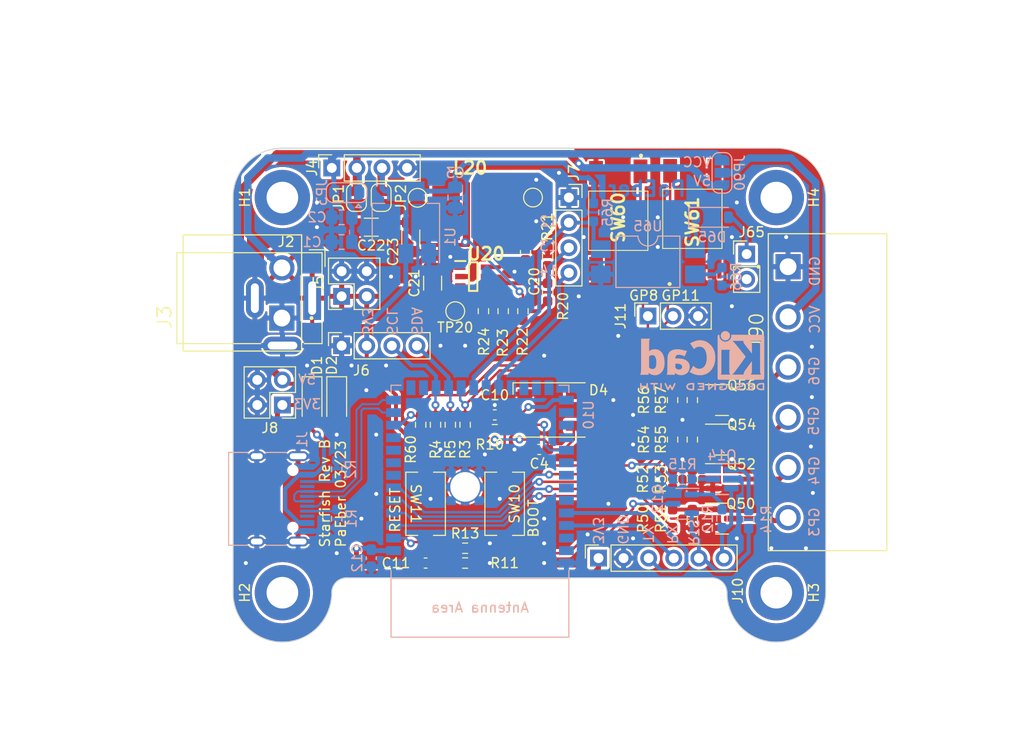
<source format=kicad_pcb>
(kicad_pcb (version 20221018) (generator pcbnew)
  (title_block (title "Starfish") (date "2023-06-15") (rev "B") (company "PaEber Electronics"))
  (layers (0 "F.Cu" signal) (31 "B.Cu" signal) (34 "B.Paste" user) (35 "F.Paste" user) (36 "B.SilkS" user "B.Silkscreen") (37 "F.SilkS" user "F.Silkscreen") (38 "B.Mask" user) (39 "F.Mask" user) (44 "Edge.Cuts" user))
  (net 0 "")
  (net 1 "GND")
  (net 2 "VBUS")
  (net 3 "Net-(U20-BST)")
  (net 4 "/USB_DP")
  (net 5 "Net-(J1-CC1)")
  (net 7 "Net-(J1-CC2)")
  (net 8 "/Power/SW_5V")
  (net 9 "+3V3")
  (net 10 "/CH1")
  (net 12 "/Power/V_REG")
  (net 13 "Net-(Q12-G)")
  (net 14 "Net-(Q12-D)")
  (net 15 "Net-(Q14-G)")
  (net 16 "Net-(Q14-D)")
  (net 17 "Net-(Q50-G)")
  (net 18 "Net-(Q52-G)")
  (net 19 "Net-(Q54-G)")
  (net 20 "Net-(Q56-G)")
  (net 21 "Net-(U20-EN)")
  (net 22 "/I2C_SCL")
  (net 23 "/I2C_SDA")
  (net 24 "/GPIO13")
  (net 27 "+5V")
  (net 28 "/LED Driver/PWM1")
  (net 29 "/LED Driver/PWM2")
  (net 30 "/LED Driver/PWM3")
  (net 31 "/LED Driver/PWM4")
  (net 33 "/CH2")
  (net 34 "/CH3")
  (net 35 "/CH4")
  (net 36 "VCC")
  (net 38 "Net-(R22-Pad2)")
  (net 39 "/Power/FB_5V")
  (net 42 "/GPIO14")
  (net 44 "/GPIO0")
  (net 45 "/CHIP_PU")
  (net 46 "/TXD")
  (net 49 "/RXD")
  (net 50 "/RTS")
  (net 51 "/DTR")
  (net 52 "/LED_DIN")
  (net 57 "Net-(J90-Pin_2)")
  (net 59 "/VIN_LIN")
  (net 60 "/USB_DN")
  (net 61 "/BTN_2")
  (net 62 "/BTN_1")
  (net 65 "Net-(J65-Pin_2)")
  (net 66 "/AIN_TTL")
  (net 70 "Net-(D65-K)")
  (net 71 "Net-(D65-A)")
  (net 72 "Net-(R66-Pad2)")
  (footprint "paeber:13019319" (layer "F.Cu") (at 159 66.5 -90)
    (fp_text reference "SW60")
    (fp_text value "1301.9315" hide)
  )
  (footprint "Connector_PinHeader_2.54mm:PinHeader_2x02_P2.54mm_Vertical" (layer "F.Cu") (at 125 86 180)
    (fp_text reference "J8")
    (fp_text value "Conn_02x02_Odd_Even")
  )
  (footprint "Button_Switch_SMD:SW_Tactile_SPST_NO_Straight_CK_PTS636Sx25SMTRLFS" (layer "F.Cu") (at 147.5 96 90)
    (fp_text reference "SW10")
    (fp_text value "PTS636SK25")
  )
  (footprint "TestPoint:TestPoint_Pad_D1.5mm" (layer "F.Cu") (at 138.684 65.024)
    (fp_text reference "TP22" hide)
    (fp_text value "TestPoint")
  )
  (footprint "Resistor_SMD:R_0603_1608Metric_Pad0.98x0.95mm_HandSolder" (layer "F.Cu") (at 166.5 85.5 90)
    (fp_text reference "R57")
    (fp_text value "10k")
  )
  (footprint "Connector_PinSocket_2.54mm:PinSocket_1x03_P2.54mm_Vertical" (layer "F.Cu") (at 162 77 90)
    (fp_text reference "J11")
    (fp_text value "Conn_01x03")
  )
  (footprint "Capacitor_SMD:C_0603_1608Metric_Pad1.08x0.95mm_HandSolder" (layer "F.Cu") (at 149.612 70.500001 90)
    (fp_text reference "C20")
    (fp_text value "100n")
  )
  (footprint "Capacitor_SMD:C_1206_3216Metric" (layer "F.Cu") (at 134 68 180)
    (fp_text reference "C22")
    (fp_text value "22u")
  )
  (footprint "MountingHole:MountingHole_3.2mm_M3_DIN965_Pad_TopBottom" (layer "F.Cu") (at 125 65 90)
    (fp_text reference "H1")
    (fp_text value "MountingHole")
  )
  (footprint "LED_SMD:LED_SK6812_PLCC4_5.0x5.0mm_P3.2mm" (layer "F.Cu") (at 152 86.5 180)
    (fp_text reference "D4")
    (fp_text value "SK6812")
  )
  (footprint "Resistor_SMD:R_0603_1608Metric_Pad0.98x0.95mm_HandSolder" (layer "F.Cu") (at 149.352 76.5 -90)
    (fp_text reference "R22")
    (fp_text value "27k")
  )
  (footprint "paeber:13019319" (layer "F.Cu") (at 166.5 68 90)
    (fp_text reference "SW61")
    (fp_text value "1301.9315" hide)
  )
  (footprint "MountingHole:MountingHole_3.2mm_M3_DIN965_Pad_TopBottom" (layer "F.Cu") (at 175 105 -90)
    (fp_text reference "H3")
    (fp_text value "MountingHole")
  )
  (footprint "Package_TO_SOT_SMD:SOT-23" (layer "F.Cu") (at 169.5 97.5)
    (fp_text reference "Q50")
    (fp_text value "PMV40UN2R")
  )
  (footprint "paeber:CUI_TBP01R1-508-06BE" (layer "F.Cu") (at 176.189997 72 -90)
    (fp_text reference "J90")
    (fp_text value "Screw_Terminal_01x06")
  )
  (footprint "Connector_PinHeader_2.54mm:PinHeader_2x02_P2.54mm_Vertical" (layer "F.Cu") (at 131 75 90)
    (fp_text reference "J5")
    (fp_text value "Conn_02x02_Odd_Even")
  )
  (footprint "Package_TO_SOT_SMD:SOT-23" (layer "F.Cu") (at 169.5 85.5)
    (fp_text reference "Q56")
    (fp_text value "PMV40UN2R")
  )
  (footprint "Resistor_SMD:R_0603_1608Metric_Pad0.98x0.95mm_HandSolder" (layer "F.Cu") (at 164.5 97.5 90)
    (fp_text reference "R50")
    (fp_text value "330")
  )
  (footprint "Resistor_SMD:R_0603_1608Metric_Pad0.98x0.95mm_HandSolder" (layer "F.Cu") (at 151.852 74.587501 90)
    (fp_text reference "R20")
    (fp_text value "100k")
  )
  (footprint "Diode_SMD:D_SOD-123" (layer "F.Cu") (at 130.5 85.5 -90)
    (fp_text reference "D2")
    (fp_text value "PMEG60T10ELRX")
  )
  (footprint "Resistor_SMD:R_0603_1608Metric_Pad0.98x0.95mm_HandSolder" (layer "F.Cu") (at 151.852 71.000001 90)
    (fp_text reference "R21")
    (fp_text value "27k")
  )
  (footprint "Package_TO_SOT_SMD:SOT-23" (layer "F.Cu") (at 169.5 93.5)
    (fp_text reference "Q52")
    (fp_text value "PMV40UN2R")
  )
  (footprint "Resistor_SMD:R_0603_1608Metric_Pad0.98x0.95mm_HandSolder" (layer "F.Cu") (at 140.5 88 -90)
    (fp_text reference "R4")
    (fp_text value "4k7")
  )
  (footprint "Connector_PinSocket_2.54mm:PinSocket_1x04_P2.54mm_Vertical" (layer "F.Cu") (at 131 80 90)
    (fp_text reference "J6")
    (fp_text value "Conn_01x04")
  )
  (footprint "Connector_PinHeader_2.54mm:PinHeader_1x02_P2.54mm_Vertical" (layer "F.Cu") (at 172 70.725)
    (fp_text reference "J65")
    (fp_text value "Conn_01x02")
  )
  (footprint "MountingHole:MountingHole_3.2mm_M3_DIN965_Pad_TopBottom" (layer "F.Cu") (at 175 65 -90)
    (fp_text reference "H4")
    (fp_text value "MountingHole")
  )
  (footprint "paeber:CUI_TBP01R1-508-02BE" (layer "F.Cu") (at 124.9495 77.2 90)
    (fp_text reference "J3")
    (fp_text value "Screw_Terminal_01x02")
  )
  (footprint "Resistor_SMD:R_0603_1608Metric_Pad0.98x0.95mm_HandSolder" (layer "F.Cu") (at 166.5 97.5 90)
    (fp_text reference "R51")
    (fp_text value "10k")
  )
  (footprint "Resistor_SMD:R_0603_1608Metric_Pad0.98x0.95mm_HandSolder" (layer "F.Cu") (at 166.5 93.5 90)
    (fp_text reference "R53")
    (fp_text value "10k")
  )
  (footprint "paeber:XAL6030182MEB-HandSolder" (layer "F.Cu") (at 144.272 66.548 180)
    (fp_text reference "L20")
    (fp_text value "3u3" hide)
  )
  (footprint "TestPoint:TestPoint_Pad_D1.5mm" (layer "F.Cu") (at 142.5 76.5 180)
    (fp_text reference "TP20")
    (fp_text value "TestPoint")
  )
  (footprint "Connector_PinSocket_2.54mm:PinSocket_1x04_P2.54mm_Vertical" (layer "F.Cu") (at 130 62 90)
    (fp_text reference "J4")
    (fp_text value "Conn_01x04")
  )
  (footprint "Capacitor_SMD:C_0603_1608Metric_Pad1.08x0.95mm_HandSolder" (layer "F.Cu") (at 151 90.5 180)
    (fp_text reference "C4")
    (fp_text value "100n")
  )
  (footprint "Resistor_SMD:R_0603_1608Metric_Pad0.98x0.95mm_HandSolder" (layer "F.Cu") (at 164.5 85.5 90)
    (fp_text reference "R56")
    (fp_text value "330")
  )
  (footprint "Resistor_SMD:R_0603_1608Metric_Pad0.98x0.95mm_HandSolder" (layer "F.Cu") (at 147.352 76.5 -90)
    (fp_text reference "R23")
    (fp_text value "27k")
  )
  (footprint "Resistor_SMD:R_0603_1608Metric_Pad0.98x0.95mm_HandSolder" (layer "F.Cu") (at 143.5 88 -90)
    (fp_text reference "R3")
    (fp_text value "10k")
  )
  (footprint "Resistor_SMD:R_0603_1608Metric_Pad0.98x0.95mm_HandSolder" (layer "F.Cu") (at 166.5 89.5 90)
    (fp_text reference "R55")
    (fp_text value "10k")
  )
  (footprint "Capacitor_SMD:C_1206_3216Metric" (layer "F.Cu") (at 138 69 -90)
    (fp_text reference "C23")
    (fp_text value "22u")
  )
  (footprint "Connector_BarrelJack:BarrelJack_Wuerth_6941xx301002" (layer "F.Cu") (at 128.016 75.184 -90)
    (fp_text reference "J2")
    (fp_text value "Barrel_Jack_Switch")
  )
  (footprint "Connector_PinSocket_2.54mm:PinSocket_1x06_P2.54mm_Vertical" (layer "F.Cu") (at 156.999997 101.500001 90)
    (fp_text reference "J10")
    (fp_text value "UartBridge")
  )
  (footprint "Capacitor_SMD:C_1206_3216Metric" (layer "F.Cu") (at 140.208 73.66 90)
    (fp_text reference "C21")
    (fp_text value "10u")
  )
  (footprint "TestPoint:TestPoint_Pad_D1.5mm" (layer "F.Cu") (at 150.368 65.000001)
    (fp_text reference "TP21" hide)
    (fp_text value "TestPoint")
  )
  (footprint "Capacitor_SMD:C_0603_1608Metric_Pad1.08x0.95mm_HandSolder" (layer "F.Cu") (at 146.5 87 180)
    (fp_text reference "C10")
    (fp_text value "100n")
  )
  (footprint "Resistor_SMD:R_0603_1608Metric_Pad0.98x0.95mm_HandSolder" (layer "F.Cu") (at 145.352 76.5 90)
    (fp_text reference "R24")
    (fp_text value "10k")
  )
  (footprint "Capacitor_SMD:C_0603_1608Metric_Pad1.08x0.95mm_HandSolder" (layer "F.Cu") (at 139.5 102 180)
    (fp_text reference "C11")
    (fp_text value "100n")
  )
  (footprint "Resistor_SMD:R_0603_1608Metric_Pad0.98x0.95mm_HandSolder" (layer "F.Cu") (at 143.5 100.5)
    (fp_text reference "R13")
    (fp_text value "0")
  )
  (footprint "Connector_PinSocket_2.54mm:PinSocket_1x04_P2.54mm_Vertical" (layer "F.Cu") (at 154 65)
    (fp_text reference "J7")
    (fp_text value "Conn_01x04")
  )
  (footprint "Jumper:SolderJumper-2_P1.3mm_Open_RoundedPad1.0x1.5mm" (layer "F.Cu") (at 135 65 90)
    (fp_text reference "JP2")
    (fp_text value "SolderJumper_2_Open")
  )
  (footprint "Resistor_SMD:R_0603_1608Metric_Pad0.98x0.95mm_HandSolder" (layer "F.Cu") (at 142 88 -90)
    (fp_text reference "R5")
    (fp_text value "4k7")
  )
  (footprint "Resistor_SMD:R_0603_1608Metric_Pad0.98x0.95mm_HandSolder" (layer "F.Cu") (at 139 88 -90)
    (fp_text reference "R60")
    (fp_text value "10k")
  )
  (footprint "MountingHole:MountingHole_3.2mm_M3_DIN965_Pad_TopBottom" (layer "F.Cu") (at 125 105 90)
    (fp_text reference "H2")
    (fp_text value "MountingHole")
  )
  (footprint "Button_Switch_SMD:SW_Tactile_SPST_NO_Straight_CK_PTS636Sx25SMTRLFS" (layer "F.Cu") (at 139.5 96 -90)
    (fp_text reference "SW11")
    (fp_text value "PTS636SK25")
  )
  (footprint "Resistor_SMD:R_0603_1608Metric_Pad0.98x0.95mm_HandSolder" (layer "F.Cu") (at 164.5 93.5 90)
    (fp_text reference "R52")
    (fp_text value "330")
  )
  (footprint "paeber:TSOT-26" (layer "F.Cu") (at 144.312 73)
    (fp_text reference "U20")
    (fp_text value "AP62301WU-7" hide)
  )
  (footprint "Jumper:SolderJumper-2_P1.3mm_Open_RoundedPad1.0x1.5mm" (layer "F.Cu") (at 132.5 65 90)
    (fp_text reference "JP1")
    (fp_text value "SolderJumper_2_Open")
  )
  (footprint "Resistor_SMD:R_0603_1608Metric_Pad0.98x0.95mm_HandSolder" (layer "F.Cu") (at 146.5 88.5 180)
    (fp_text reference "R10")
    (fp_text value "10k")
  )
  (footprint "Package_TO_SOT_SMD:SOT-23" (layer "F.Cu") (at 169.5 89.5)
    (fp_text reference "Q54")
    (fp_text value "PMV40UN2R")
  )
  (footprint "Diode_SMD:D_SOD-123" (layer "F.Cu") (at 128 85.5 -90)
    (fp_text reference "D1")
    (fp_text value "PMEG60T10ELRX")
  )
  (footprint "Resistor_SMD:R_0603_1608Metric_Pad0.98x0.95mm_HandSolder" (layer "F.Cu") (at 164.5 89.5 90)
    (fp_text reference "R54")
    (fp_text value "330")
  )
  (footprint "Resistor_SMD:R_0603_1608Metric_Pad0.98x0.95mm_HandSolder" (layer "F.Cu") (at 143.5 102)
    (fp_text reference "R11")
    (fp_text value "10k")
  )
  (footprint "Package_TO_SOT_SMD:SOT-223-3_TabPin2" (layer "B.Cu") (at 137.5 67.5 90)
    (fp_text reference "U1")
    (fp_text value "LM1117-3.3")
  )
  (footprint "Capacitor_SMD:C_0603_1608Metric_Pad1.08x0.95mm_HandSolder" (layer "B.Cu") (at 134 101.5 -90)
    (fp_text reference "C12")
    (fp_text value "100n")
  )
  (footprint "Symbol:KiCad-Logo2_5mm_SilkScreen" (layer "B.Cu") (at 167.5 81.5 180)
    (fp_text reference "REF**" hide)
    (fp_text value "KiCad-Logo2_5mm_SilkScreen" hide)
  )
  (footprint "Resistor_SMD:R_0603_1608Metric_Pad0.98x0.95mm_HandSolder" (layer "B.Cu") (at 130.5 97.5 -90)
    (fp_text reference "R1")
    (fp_text value "5k11")
  )
  (footprint "Jumper:SolderJumper-3_P1.3mm_Open_RoundedPad1.0x1.5mm" (layer "B.Cu") (at 131.5 64.5 180)
    (fp_text reference "JP3")
    (fp_text value "SolderJumper_3_Open")
  )
  (footprint "Connector_USB:USB_C_Receptacle_HRO_TYPE-C-31-M-12" (layer "B.Cu") (at 123.459997 95.500001 90)
    (fp_text reference "J1")
    (fp_text value "USB4105-GF-A-120")
  )
  (footprint "Capacitor_SMD:C_0805_2012Metric_Pad1.18x1.45mm_HandSolder" (layer "B.Cu") (at 131 69.5 180)
    (fp_text reference "C2")
    (fp_text value "10")
  )
  (footprint "Diode_SMD:D_SOD-123" (layer "B.Cu") (at 168.5 67)
    (fp_text reference "D65")
    (fp_text value "PMEG60T10ELRX")
  )
  (footprint "Resistor_SMD:R_0603_1608Metric_Pad0.98x0.95mm_HandSolder" (layer "B.Cu") (at 156.5 66.5 90)
    (fp_text reference "R65")
    (fp_text value "10k")
  )
  (footprint "Resistor_SMD:R_0603_1608Metric_Pad0.98x0.95mm_HandSolder" (layer "B.Cu") (at 172.199997 97.600001 -90)
    (fp_text reference "R14")
    (fp_text value "10k")
  )
  (footprint "Capacitor_SMD:C_0805_2012Metric_Pad1.18x1.45mm_HandSolder" (layer "B.Cu") (at 131 67 180)
    (fp_text reference "C1")
    (fp_text value "1u")
  )
  (footprint "Jumper:SolderJumper-3_P1.3mm_Open_RoundedPad1.0x1.5mm_NumberLabels" (layer "B.Cu") (at 169.5 62.5 90)
    (fp_text reference "JP90")
    (fp_text value "12V 5V")
  )
  (footprint "Package_TO_SOT_SMD:SOT-23" (layer "B.Cu") (at 169.5 93.5 180)
    (fp_text reference "Q14")
    (fp_text value "BSS138")
  )
  (footprint "Package_DIP:SMDIP-4_W9.53mm" (layer "B.Cu") (at 162 71.5 180)
    (fp_text reference "U65")
    (fp_text value "LTV-817S")
  )
  (footprint "Resistor_SMD:R_0603_1608Metric_Pad0.98x0.95mm_HandSolder" (layer "B.Cu") (at 169.499997 97.500001 -90)
    (fp_text reference "R12")
    (fp_text value "10k")
  )
  (footprint "Resistor_SMD:R_0603_1608Metric_Pad0.98x0.95mm_HandSolder" (layer "B.Cu") (at 165.5 93.5)
    (fp_text reference "R15")
    (fp_text value "0")
  )
  (footprint "Capacitor_SMD:C_0805_2012Metric_Pad1.18x1.45mm_HandSolder" (layer "B.Cu") (at 142.5 65 -90)
    (fp_text reference "C3")
    (fp_text value "1u")
  )
  (footprint "Espressif:ESP32-S3-WROOM-1" (layer "B.Cu") (at 144.999997 93.750001)
    (fp_text reference "U10")
    (fp_text value "ESP32-S3-WROOM-1")
  )
  (footprint "Resistor_SMD:R_0603_1608Metric_Pad0.98x0.95mm_HandSolder" (layer "B.Cu") (at 169.5 73 90)
    (fp_text reference "R66")
    (fp_text value "10k")
  )
  (footprint "Resistor_SMD:R_0603_1608Metric_Pad0.98x0.95mm_HandSolder" (layer "B.Cu") (at 130.5 92.5 90)
    (fp_text reference "R2")
    (fp_text value "5k11")
  )
  (footprint "Package_TO_SOT_SMD:SOT-23" (layer "B.Cu") (at 165.5 96 180)
    (fp_text reference "Q12")
    (fp_text value "BSS138")
  )
  (gr_line (start 131.499997 103.500001) (end 168.499997 103.500001) (stroke (width 0.1)) (layer "Edge.Cuts"))
  (gr_line (start 119.999997 65.000001) (end 119.999997 105.000001) (stroke (width 0.1)) (layer "Edge.Cuts"))
  (gr_arc (start 129.999997 105.000001) (mid 128.535531 108.535535) (end 124.999997 110.000001) (stroke (width 0.1)) (layer "Edge.Cuts"))
  (gr_line (start 179.999997 105.000001) (end 179.999997 65.000001) (stroke (width 0.1)) (layer "Edge.Cuts"))
  (gr_arc (start 179.999997 105.000001) (mid 178.535531 108.535535) (end 174.999997 110.000001) (stroke (width 0.1)) (layer "Edge.Cuts"))
  (gr_line (start 174.999997 60.000001) (end 124.999997 60.000001) (stroke (width 0.1)) (layer "Edge.Cuts"))
  (gr_arc (start 119.999997 65.000001) (mid 121.464463 61.464467) (end 124.999997 60.000001) (stroke (width 0.1)) (layer "Edge.Cuts"))
  (gr_arc (start 168.499997 103.500001) (mid 169.560659 103.93934) (end 170 105.000001) (stroke (width 0.1)) (layer "Edge.Cuts"))
  (gr_arc (start 124.999997 110.000001) (mid 121.464463 108.535535) (end 119.999997 105.000001) (stroke (width 0.1)) (layer "Edge.Cuts"))
  (gr_arc (start 175 110.000001) (mid 171.464466 108.535535) (end 170 105.000001) (stroke (width 0.1)) (layer "Edge.Cuts"))
  (gr_arc (start 129.999997 105.000001) (mid 130.439337 103.939341) (end 131.499997 103.500001) (stroke (width 0.1)) (layer "Edge.Cuts"))
  (gr_arc (start 174.999997 60.000001) (mid 178.535531 61.464467) (end 179.999997 65.000001) (stroke (width 0.1)) (layer "Edge.Cuts"))
  (gr_text "PaEber" (at 166 65) (layer "B.Cu") (effects (font (size 1.5 1.5) (thickness 0.3) bold) (justify left bottom mirror)))
  (gr_text "RTS" (at 166.6 98.9 270) (layer "B.SilkS") (effects (font (size 1 1)) (justify mirror)))
  (gr_text "SCL" (at 135.5 79 -90) (layer "B.SilkS") (effects (font (size 1 1)) (justify left bottom mirror)))
  (gr_text "GND" (at 178.9 72.45 90) (layer "B.SilkS") (effects (font (size 1 1)) (justify mirror)))
  (gr_text "3V3" (at 133 79 -90) (layer "B.SilkS") (effects (font (size 1 1)) (justify left bottom mirror)))
  (gr_text "GP3" (at 178.85 97.85 90) (layer "B.SilkS") (effects (font (size 1 1)) (justify mirror)))
  (gr_text "3V3" (at 156.95 98.7 270) (layer "B.SilkS") (effects (font (size 1 1)) (justify mirror)))
  (gr_text "GP5" (at 178.8 87.6 90) (layer "B.SilkS") (effects (font (size 1 1)) (justify mirror)))
  (gr_text "13" (at 153 70.5) (layer "B.SilkS") (effects (font (size 1 1)) (justify left bottom mirror)))
  (gr_text "5V" (at 128.5 84) (layer "B.SilkS") (effects (font (size 1 1)) (justify left bottom mirror)))
  (gr_text "TX" (at 162 99.05 270) (layer "B.SilkS") (effects (font (size 1 1)) (justify mirror)))
  (gr_text "VCC" (at 178.9 77.35 90) (layer "B.SilkS") (effects (font (size 1 1)) (justify mirror)))
  (gr_text "5V" (at 168.5 63.9) (layer "B.SilkS") (effects (font (size 1 1)) (justify left bottom mirror)))
  (gr_text "12" (at 153 68) (layer "B.SilkS") (effects (font (size 1 1)) (justify left bottom mirror)))
  (gr_text "SDA" (at 138 79 -90) (layer "B.SilkS") (effects (font (size 1 1)) (justify left bottom mirror)))
  (gr_text "GP4" (at 178.85 92.65 90) (layer "B.SilkS") (effects (font (size 1 1)) (justify mirror)))
  (gr_text "3V3" (at 129 86.5) (layer "B.SilkS") (effects (font (size 1 1)) (justify left bottom mirror)))
  (gr_text "14" (at 153 73) (layer "B.SilkS") (effects (font (size 1 1)) (justify left bottom mirror)))
  (gr_text "VCC" (at 168.5 62) (layer "B.SilkS") (effects (font (size 1 1)) (justify left bottom mirror)))
  (gr_text "GND" (at 159.45 98.6 270) (layer "B.SilkS") (effects (font (size 1 1)) (justify mirror)))
  (gr_text "GP6" (at 178.85 82.55 90) (layer "B.SilkS") (effects (font (size 1 1)) (justify mirror)))
  (gr_text "RX" (at 164.45 99.1 270) (layer "B.SilkS") (effects (font (size 1 1)) (justify mirror)))
  (gr_text "Starfish Rev B\nPaEber 03/23" (at 131.5 100.5 90) (layer "F.SilkS") (effects (font (size 1 1)) (justify left bottom)))
  (gr_text "GP8" (at 160 75.5) (layer "F.SilkS") (effects (font (size 1 1)) (justify left bottom)))
  (gr_text "BOOT" (at 151 99.5 90) (layer "F.SilkS") (effects (font (size 1 1)) (justify left bottom)))
  (gr_text "RESET" (at 137 99 90) (layer "F.SilkS") (effects (font (size 1 1)) (justify left bottom)))
  (gr_text "GP11" (at 163.27 75.5) (layer "F.SilkS") (effects (font (size 1 1)) (justify left bottom)))
  (via (at 178.7 94.9) (size 0.8) (drill 0.4) (layers "F.Cu" "B.Cu") (net 1))
  (via (at 155.9 99.1) (size 0.8) (drill 0.4) (layers "F.Cu" "B.Cu") (net 1))
  (via (at 178.6 85.2) (size 0.8) (drill 0.4) (layers "F.Cu" "B.Cu") (net 1))
  (via (at 159.5 67) (size 0.8) (drill 0.4) (layers "F.Cu" "B.Cu") (net 1))
  (via (at 165.5 91.5) (size 0.8) (drill 0.4) (layers "F.Cu" "B.Cu") (net 1))
  (via (at 134.5 95) (size 0.8) (drill 0.4) (layers "F.Cu" "B.Cu") (net 1))
  (via (at 151.5 81) (size 0.8) (drill 0.4) (layers "F.Cu" "B.Cu") (net 1))
  (via (at 146.5 86) (size 0.8) (drill 0.4) (layers "F.Cu" "B.Cu") (net 1))
  (via (at 176 69) (size 0.8) (drill 0.4) (layers "F.Cu" "B.Cu") (net 1))
  (via (at 178.5 90.2) (size 0.8) (drill 0.4) (layers "F.Cu" "B.Cu") (net 1))
  (via (at 134.5 89) (size 0.8) (drill 0.4) (layers "F.Cu" "B.Cu") (net 1))
  (via (at 155.5 69) (size 0.8) (drill 0.4) (layers "F.Cu" "B.Cu") (net 1))
  (via (at 158 96) (size 0.8) (drill 0.4) (layers "F.Cu" "B.Cu") (net 1))
  (via (at 133.5 84.5) (size 0.8) (drill 0.4) (layers "F.Cu" "B.Cu") (net 1))
  (via (at 132 82) (size 0.8) (drill 0.4) (layers "F.Cu" "B.Cu") (net 1))
  (via (at 138.5 73) (size 0.8) (drill 0.4) (layers "F.Cu" "B.Cu") (net 1))
  (via (at 159 79) (size 0.8) (drill 0.4) (layers "F.Cu" "B.Cu") (net 1))
  (via (at 140 95.5) (size 0.8) (drill 0.4) (layers "F.Cu" "B.Cu") (net 1))
  (via (at 178.6 80.1) (size 0.8) (drill 0.4) (layers "F.Cu" "B.Cu") (net 1))
  (via (at 171 65.5) (size 0.8) (drill 0.4) (layers "F.Cu" "B.Cu") (net 1))
  (via (at 146 100) (size 0.8) (drill 0.4) (layers "F.Cu" "B.Cu") (net 1))
  (via (at 151.5 100) (size 0.8) (drill 0.4) (layers "F.Cu" "B.Cu") (net 1))
  (via (at 170.5 69) (size 0.8) (drill 0.4) (layers "F.Cu" "B.Cu") (net 1))
  (via (at 148.5 90.5) (size 0.8) (drill 0.4) (layers "F.Cu" "B.Cu") (net 1))
  (via (at 135.5 82) (size 0.8) (drill 0.4) (layers "F.Cu" "B.Cu") (net 1))
  (via (at 163 70) (size 0.8) (drill 0.4) (layers "F.Cu" "B.Cu") (net 1))
  (via (at 174.5 100.5) (size 0.8) (drill 0.4) (layers "F.Cu" "B.Cu") (net 1))
  (via (at 151.5 97.5) (size 0.8) (drill 0.4) (layers "F.Cu" "B.Cu") (net 1))
  (via (at 158.5 85.5) (size 0.8) (drill 0.4) (layers "F.Cu" "B.Cu") (net 1))
  (via (at 141 90.5) (size 0.8) (drill 0.4) (layers "F.Cu" "B.Cu") (net 1))
  (via (at 160.5 87) (size 0.8) (drill 0.4) (layers "F.Cu" "B.Cu") (net 1))
  (via (at 165.5 87.5) (size 0.8) (drill 0.4) (layers "F.Cu" "B.Cu") (net 1))
  (via (at 148.5 72.5) (size 0.8) (drill 0.4) (layers "F.Cu" "B.Cu") (net 1))
  (via (at 160.5 99.5) (size 0.8) (drill 0.4) (layers "F.Cu" "B.Cu") (net 1))
  (via (at 143.5 80) (size 0.8) (drill 0.4) (layers "F.Cu" "B.Cu") (net 1))
  (via (at 171 99.5) (size 0.8) (drill 0.4) (layers "F.Cu" "B.Cu") (net 1))
  (via (at 136 73) (size 0.8) (drill 0.4) (layers "F.Cu" "B.Cu") (net 1))
  (via (at 170.5 76) (size 0.8) (drill 0.4) (layers "F.Cu" "B.Cu") (net 1))
  (via (at 127.5 82) (size 0.8) (drill 0.4) (layers "F.Cu" "B.Cu") (net 1))
  (via (at 163 93.5) (size 0.8) (drill 0.4) (layers "F.Cu" "B.Cu") (net 1))
  (via (at 130.5 101) (size 0.8) (drill 0.4) (layers "F.Cu" "B.Cu") (net 1))
  (via (at 133 97.5) (size 0.8) (drill 0.4) (layers "F.Cu" "B.Cu") (net 1))
  (via (at 128.5 68) (size 0.8) (drill 0.4) (layers "F.Cu" "B.Cu") (net 1))
  (via (at 155 75) (size 0.8) (drill 0.4) (layers "F.Cu" "B.Cu") (net 1))
  (via (at 163 67) (size 0.8) (drill 0.4) (layers "F.Cu" "B.Cu") (net 1))
  (via (at 178 100.5) (size 0.8) (drill 0.4) (layers "F.Cu" "B.Cu") (net 1))
  (via (at 121.3 102) (size 0.8) (drill 0.4) (layers "F.Cu" "B.Cu") (net 1))
  (via (at 151.5 102) (size 0.8) (drill 0.4) (layers "F.Cu" "B.Cu") (net 1))
  (via (at 170.5 87.5) (size 0.8) (drill 0.4) (layers "F.Cu" "B.Cu") (net 1))
  (via (at 146 102) (size 0.8) (drill 0.4) (layers "F.Cu" "B.Cu") (net 1))
  (via (at 130.5 89) (size 0.8) (drill 0.4) (layers "F.Cu" "B.Cu") (net 1))
  (via (at 160.5 90) (size 0.8) (drill 0.4) (layers "F.Cu" "B.Cu") (net 1))
  (via (at 141 80) (size 0.8) (drill 0.4) (layers "F.Cu" "B.Cu") (net 1))
  (via (at 128.5 65.5) (size 0.8) (drill 0.4) (layers "F.Cu" "B.Cu") (net 1))
  (via (at 145.5 91) (size 0.8) (drill 0.4) (layers "F.Cu" "B.Cu") (net 1))
  (via (at 147 95.5) (size 0.8) (drill 0.4) (layers "F.Cu" "B.Cu") (net 1))
  (via (at 153 62.5) (size 0.8) (drill 0.4) (layers "F.Cu" "B.Cu") (net 1))
  (via (at 170.5 91.5) (size 0.8) (drill 0.4) (layers "F.Cu" "B.Cu") (net 1))
  (via (at 142 71) (size 0.8) (drill 0.4) (layers "F.Cu" "B.Cu") (net 1))
  (segment (start 142.099997 94.290001) (end 143.499997 94.290001) (width 0.4) (layer "B.Cu") (net 1))
  (segment (start 128.399997 91.200001) (end 126.609997 91.200001) (width 0.4) (layer "B.Cu") (net 1))
  (segment (start 128.299997 92.200001) (end 128.599997 91.900001) (width 0.4) (layer "B.Cu") (net 1))
  (segment (start 127.554997 92.200001) (end 128.299997 92.200001) (width 0.4) (layer "B.Cu") (net 1))
  (segment (start 127.504997 92.250001) (end 127.554997 92.200001) (width 0.4) (layer "B.Cu") (net 1))
  (segment (start 126.609997 91.200001) (end 126.589997 91.180001) (width 0.4) (layer "B.Cu") (net 1))
  (segment (start 143.499997 94.290001) (end 144.899997 94.290001) (width 0.4) (layer "B.Cu") (net 1))
  (segment (start 128.599997 91.900001) (end 128.599997 91.400001) (width 0.4) (layer "B.Cu") (net 1))
  (segment (start 143.499997 94.290001) (end 143.499997 95.690001) (width 0.4) (layer "B.Cu") (net 1))
  (segment (start 143.499997 92.890001) (end 143.499997 94.290001) (width 0.4) (layer "B.Cu") (net 1))
  (segment (start 128.599997 91.400001) (end 128.399997 91.200001) (width 0.4) (layer "B.Cu") (net 1))
  (segment (start 128 87.15) (end 130.5 87.15) (width 0.4) (layer "F.Cu") (net 2))
  (segment (start 128.5 89) (end 128 88.5) (width 0.4) (layer "F.Cu") (net 2))
  (segment (start 128 88.5) (end 128 87.15) (width 0.4) (layer "F.Cu") (net 2))
  (via (at 128.5 89) (size 0.8) (drill 0.4) (layers "F.Cu" "B.Cu") (net 2))
  (segment (start 127.504997 93.050001) (end 126.715336 93.050001) (width 0.4) (layer "B.Cu") (net 2))
  (segment (start 125.299997 94.46534) (end 125.299997 96.534662) (width 0.4) (layer "B.Cu") (net 2))
  (segment (start 128.5 89) (end 129.199997 89.699997) (width 0.4) (layer "B.Cu") (net 2))
  (segment (start 128.298525 93.050001) (end 127.504997 93.050001) (width 0.4) (layer "B.Cu") (net 2))
  (segment (start 129.199997 92.148529) (end 128.298525 93.050001) (width 0.4) (layer "B.Cu") (net 2))
  (segment (start 126.715336 93.050001) (end 125.299997 94.46534) (width 0.4) (layer "B.Cu") (net 2))
  (segment (start 129.199997 89.699997) (end 129.199997 92.148529) (width 0.4) (layer "B.Cu") (net 2))
  (segment (start 126.715336 97.950001) (end 127.504997 97.950001) (width 0.4) (layer "B.Cu") (net 2))
  (segment (start 125.299997 96.534662) (end 126.715336 97.950001) (width 0.4) (layer "B.Cu") (net 2))
  (segment (start 147.637499 71.362501) (end 146.95 72.05) (width 0.4) (layer "F.Cu") (net 3))
  (segment (start 146.95 72.05) (end 145.612 72.05) (width 0.4) (layer "F.Cu") (net 3))
  (segment (start 149.612 71.362501) (end 147.637499 71.362501) (width 0.4) (layer "F.Cu") (net 3))
  (segment (start 134.714996 85.910001) (end 133.089999 85.910001) (width 0.2) (layer "B.Cu") (net 4))
  (segment (start 127.504997 95.750001) (end 126.349997 95.750001) (width 0.2) (layer "B.Cu") (net 4))
  (segment (start 126.199997 95.600001) (end 126.199997 95.100001) (width 0.2) (layer "B.Cu") (net 4))
  (segment (start 136.249997 85.500001) (end 135.124996 85.500001) (width 0.2) (layer "B.Cu") (net 4))
  (segment (start 131.114279 94.750001) (end 132.499997 93.364283) (width 0.2) (layer "B.Cu") (net 4))
  (segment (start 126.349997 95.750001) (end 126.199997 95.600001) (width 0.2) (layer "B.Cu") (net 4))
  (segment (start 135.124996 85.500001) (end 134.714996 85.910001) (width 0.2) (layer "B.Cu") (net 4))
  (segment (start 133.089999 85.910001) (end 132.499997 86.500003) (width 0.2) (layer "B.Cu") (net 4))
  (segment (start 127.504997 94.750001) (end 131.114279 94.750001) (width 0.2) (layer "B.Cu") (net 4))
  (segment (start 126.549997 94.750001) (end 127.504997 94.750001) (width 0.2) (layer "B.Cu") (net 4))
  (segment (start 132.499997 86.500003) (end 132.499997 93.364283) (width 0.2) (layer "B.Cu") (net 4))
  (segment (start 126.199997 95.100001) (end 126.549997 94.750001) (width 0.2) (layer "B.Cu") (net 4))
  (segment (start 127.504997 96.750001) (end 130.337499 96.750001) (width 0.25) (layer "B.Cu") (net 5))
  (segment (start 130.337499 96.750001) (end 130.5 96.5875) (width 0.25) (layer "B.Cu") (net 5))
  (segment (start 127.504997 93.750001) (end 130.162499 93.750001) (width 0.25) (layer "B.Cu") (net 7))
  (segment (start 130.162499 93.750001) (end 130.5 93.4125) (width 0.25) (layer "B.Cu") (net 7))
  (via (at 150.7 67.4) (size 0.8) (drill 0.4) (layers "F.Cu" "B.Cu") (net 8))
  (via (at 150.7 63.2) (size 0.8) (drill 0.4) (layers "F.Cu" "B.Cu") (net 8))
  (segment (start 133.54 82.96) (end 133.54 80) (width 0.4) (layer "F.Cu") (net 9))
  (segment (start 136.5 85) (end 136.5 88) (width 0.4) (layer "F.Cu") (net 9))
  (segment (start 144.5 103) (end 156.5 103) (width 0.5) (layer "F.Cu") (net 9))
  (segment (start 151.5 89.5) (end 149 89.5) (width 0.25) (layer "F.Cu") (net 9))
  (segment (start 151.8625 90.5) (end 153.5 90.5) (width 0.25) (layer "F.Cu") (net 9))
  (segment (start 144.4125 102) (end 144.4125 102.9125) (width 0.5) (layer "F.Cu") (net 9))
  (segment (start 156.5 103) (end 156.999997 102.500003) (width 0.5) (layer "F.Cu") (net 9))
  (segment (start 140.5 88.9125) (end 139 88.9125) (width 0.25) (layer "F.Cu") (net 9))
  (segment (start 153.5 90.5) (end 154.5 89.5) (width 0.25) (layer "F.Cu") (net 9))
  (segment (start 135 62.08) (end 135.08 62) (width 0.75) (layer "F.Cu") (net 9))
  (segment (start 143.5 88.9125) (end 144.0875 88.9125) (width 0.25) (layer "F.Cu") (net 9))
  (segment (start 144.5 88.5) (end 145.5875 88.5) (width 0.25) (layer "F.Cu") (net 9))
  (segment (start 154.5 89.5) (end 154.5 88.15) (width 0.25) (layer "F.Cu") (net 9))
  (segment (start 144.0875 88.9125) (end 144.5 88.5) (width 0.25) (layer "F.Cu") (net 9))
  (segment (start 144 103) (end 132.5 103) (width 0.5) (layer "F.Cu") (net 9))
  (segment (start 142 88.9125) (end 140.5 88.9125) (width 0.25) (layer "F.Cu") (net 9))
  (segment (start 132.5 103) (end 132.5 100.5) (width 0.5) (layer "F.Cu") (net 9))
  (segment (start 134.58 84) (end 135.5 84) (width 0.4) (layer "F.Cu") (net 9))
  (segment (start 145.5875 89.0875) (end 146 89.5) (width 0.25) (layer "F.Cu") (net 9))
  (segment (start 154.5 88.15) (end 154.45 88.1) (width 0.25) (layer "F.Cu") (net 9))
  (segment (start 129.5 103) (end 127.5 101) (width 0.5) (layer "F.Cu") (net 9))
  (segment (start 124.5 86.5) (end 125 86) (width 0.5) (layer "F.Cu") (net 9))
  (segment (start 151.8625 89.8625) (end 151.5 89.5) (width 0.25) (layer "F.Cu") (net 9))
  (segment (start 136.5 88) (end 137.4125 88.9125) (width 0.4) (layer "F.Cu") (net 9))
  (segment (start 156.999997 102.500003) (end 156.999997 101.500001) (width 0.5) (layer "F.Cu") (net 9))
  (segment (start 151.8625 90.5) (end 151.8625 89.8625) (width 0.25) (layer "F.Cu") (net 9))
  (segment (start 137.4125 88.9125) (end 139 88.9125) (width 0.4) (layer "F.Cu") (net 9))
  (segment (start 124.5 100) (end 124.5 86.5) (width 0.5) (layer "F.Cu") (net 9))
  (segment (start 130.5 86) (end 131.5 85) (width 0.4) (layer "F.Cu") (net 9))
  (segment (start 132.5 103) (end 129.5 103) (width 0.5) (layer "F.Cu") (net 9))
  (segment (start 143.5 88.9125) (end 142 88.9125) (width 0.25) (layer "F.Cu") (net 9))
  (segment (start 127.5 101) (end 125.5 101) (width 0.5) (layer "F.Cu") (net 9))
  (segment (start 125.5 101) (end 124.5 100) (width 0.5) (layer "F.Cu") (net 9))
  (segment (start 135 64.35) (end 135 62.08) (width 0.75) (layer "F.Cu") (net 9))
  (segment (start 135.5 84) (end 136.5 85) (width 0.4) (layer "F.Cu") (net 9))
  (segment (start 133.54 82.96) (end 134.58 84) (width 0.4) (layer "F.Cu") (net 9))
  (segment (start 144.4125 102.9125) (end 144.5 103) (width 0.5) (layer "F.Cu") (net 9))
  (segment (start 146 89.5) (end 146.5 89.5) (width 0.25) (layer "F.Cu") (net 9))
  (segment (start 144 103) (end 144.5 103) (width 0.5) (layer "F.Cu") (net 9))
  (segment (start 145.5875 88.5) (end 145.5875 89.0875) (width 0.25) (layer "F.Cu") (net 9))
  (segment (start 131.5 85) (end 133.54 82.96) (width 0.4) (layer "F.Cu") (net 9))
  (segment (start 125 86) (end 130.5 86) (width 0.4) (layer "F.Cu") (net 9))
  (via (at 132.5 100.5) (size 0.8) (drill 0.4) (layers "F.Cu" "B.Cu") (net 9))
  (via (at 146.5 89.5) (size 0.8) (drill 0.4) (layers "F.Cu" "B.Cu") (net 9))
  (via (at 149 89.5) (size 0.8) (drill 0.4) (layers "F.Cu" "B.Cu") (net 9))
  (segment (start 132.5 100.5) (end 133.8625 100.5) (width 0.5) (layer "B.Cu") (net 9))
  (segment (start 136.249997 100.740001) (end 134.102501 100.740001) (width 0.5) (layer "B.Cu") (net 9))
  (segment (start 156 63) (end 155 63) (width 0.5) (layer "B.Cu") (net 9))
  (segment (start 133.8625 100.5) (end 134 100.6375) (width 0.5) (layer "B.Cu") (net 9))
  (segment (start 134.102501 100.740001) (end 134 100.6375) (width 0.5) (layer "B.Cu") (net 9))
  (segment (start 156.5 65.5875) (end 156.5 63.5) (width 0.5) (layer "B.Cu") (net 9))
  (segment (start 153.5 61.5) (end 143.5 61.5) (width 0.5) (layer "B.Cu") (net 9))
  (segment (start 133.54 77.96) (end 133.54 80) (width 0.5) (layer "B.Cu") (net 9))
  (segment (start 135.35 64.35) (end 135.08 64.08) (width 0.5) (layer "B.Cu") (net 9))
  (segment (start 135.08 64.08) (end 135.08 62) (width 0.5) (layer "B.Cu") (net 9))
  (segment (start 137.5 64.35) (end 142.1125 64.35) (width 0.5) (layer "B.Cu") (net 9))
  (segment (start 143.5 61.5) (end 142.5 62.5) (width 0.5) (layer "B.Cu") (net 9))
  (segment (start 142.5 62.5) (end 142.5 63.9625) (width 0.5) (layer "B.Cu") (net 9))
  (segment (start 137.5 74) (end 133.54 77.96) (width 0.5) (layer "B.Cu") (net 9))
  (segment (start 137.5 70.65) (end 137.5 64.35) (width 0.5) (layer "B.Cu") (net 9))
  (segment (start 155 63) (end 153.5 61.5) (width 0.5) (layer "B.Cu") (net 9))
  (segment (start 137.5 64.35) (end 135.35 64.35) (width 0.5) (layer "B.Cu") (net 9))
  (segment (start 142.1125 64.35) (end 142.5 63.9625) (width 0.5) (layer "B.Cu") (net 9))
  (segment (start 137.5 70.65) (end 137.5 74) (width 0.5) (layer "B.Cu") (net 9))
  (segment (start 149 89.5) (end 146.5 89.5) (width 0.25) (layer "B.Cu") (net 9))
  (segment (start 156.5 63.5) (end 156 63) (width 0.5) (layer "B.Cu") (net 9))
  (segment (start 151.0005 95.225) (end 161.3125 95.225) (width 0.25) (layer "F.Cu") (net 10))
  (segment (start 161.3125 95.225) (end 164.5 98.4125) (width 0.25) (layer "F.Cu") (net 10))
  (segment (start 151 95.2245) (end 151.0005 95.225) (width 0.25) (layer "F.Cu") (net 10))
  (via (at 151 95.2245) (size 0.8) (drill 0.4) (layers "F.Cu" "B.Cu") (net 10))
  (segment (start 151 95.2245) (end 150.411896 95.2245) (width 0.25) (layer "B.Cu") (net 10))
  (segment (start 150.411896 95.2245) (end 147.436395 98.200001) (width 0.25) (layer "B.Cu") (net 10))
  (segment (start 147.436395 98.200001) (end 136.249997 98.200001) (width 0.25) (layer "B.Cu") (net 10))
  (segment (start 149.352 74.852) (end 149 74.5) (width 0.25) (layer "F.Cu") (net 12))
  (segment (start 149.352 75.5875) (end 149.352 74.852) (width 0.25) (layer "F.Cu") (net 12))
  (via (at 149 74.5) (size 0.8) (drill 0.4) (layers "F.Cu" "B.Cu") (net 12))
  (via (at 143.5 69.5) (size 0.8) (drill 0.4) (layers "F.Cu" "B.Cu") (net 12))
  (segment (start 149 74.5) (end 144 69.5) (width 0.25) (layer "B.Cu") (net 12))
  (segment (start 144 69.5) (end 143.5 69.5) (width 0.25) (layer "B.Cu") (net 12))
  (segment (start 169.499997 95.999997) (end 168.55 95.05) (width 0.4) (layer "B.Cu") (net 13))
  (segment (start 168.55 95.05) (end 166.4375 95.05) (width 0.4) (layer "B.Cu") (net 13))
  (segment (start 169.499997 96.587501) (end 169.499997 95.999997) (width 0.4) (layer "B.Cu") (net 13))
  (segment (start 145 100.5) (end 144.4125 100.5) (width 0.25) (layer "F.Cu") (net 14))
  (segment (start 160.5 96) (end 160.5 96.5) (width 0.25) (layer "F.Cu") (net 14))
  (segment (start 155 100) (end 154 101) (width 0.25) (layer "F.Cu") (net 14))
  (segment (start 160.5 96.5) (end 157 100) (width 0.25) (layer "F.Cu") (net 14))
  (segment (start 145.5 101) (end 145 100.5) (width 0.25) (layer "F.Cu") (net 14))
  (segment (start 157 100) (end 155 100) (width 0.25) (layer "F.Cu") (net 14))
  (segment (start 154 101) (end 145.5 101) (width 0.25) (layer "F.Cu") (net 14))
  (via (at 160.5 96) (size 0.8) (drill 0.4) (layers "F.Cu" "B.Cu") (net 14))
  (segment (start 160.5 96) (end 164.5625 96) (width 0.25) (layer "B.Cu") (net 14))
  (segment (start 171.55 92.55) (end 170.4375 92.55) (width 0.4) (layer "B.Cu") (net 15))
  (segment (start 172.199997 93.199997) (end 171.55 92.55) (width 0.4) (layer "B.Cu") (net 15))
  (segment (start 172.199997 96.687501) (end 172.199997 93.199997) (width 0.4) (layer "B.Cu") (net 15))
  (segment (start 168.5625 93.5) (end 166.4125 93.5) (width 0.4) (layer "B.Cu") (net 16))
  (segment (start 168.5625 96.55) (end 166.5375 96.55) (width 0.4) (layer "F.Cu") (net 17))
  (segment (start 166.5 96.5875) (end 164.5 96.5875) (width 0.4) (layer "F.Cu") (net 17))
  (segment (start 166.5375 96.55) (end 166.5 96.5875) (width 0.4) (layer "F.Cu") (net 17))
  (segment (start 168.525 92.5875) (end 168.5625 92.55) (width 0.4) (layer "F.Cu") (net 18))
  (segment (start 164.5 92.5875) (end 166.5 92.5875) (width 0.4) (layer "F.Cu") (net 18))
  (segment (start 166.5 92.5875) (end 168.525 92.5875) (width 0.4) (layer "F.Cu") (net 18))
  (segment (start 166.5 88.5875) (end 164.5 88.5875) (width 0.4) (layer "F.Cu") (net 19))
  (segment (start 168.5625 88.55) (end 166.5375 88.55) (width 0.4) (layer "F.Cu") (net 19))
  (segment (start 166.5375 88.55) (end 166.5 88.5875) (width 0.4) (layer "F.Cu") (net 19))
  (segment (start 166.5 84.5875) (end 168.525 84.5875) (width 0.4) (layer "F.Cu") (net 20))
  (segment (start 164.5 84.5875) (end 166.5 84.5875) (width 0.4) (layer "F.Cu") (net 20))
  (segment (start 168.525 84.5875) (end 168.5625 84.55) (width 0.4) (layer "F.Cu") (net 20))
  (segment (start 147.675001 73.675001) (end 151.852 73.675001) (width 0.4) (layer "F.Cu") (net 21))
  (segment (start 147 73) (end 147.675001 73.675001) (width 0.4) (layer "F.Cu") (net 21))
  (segment (start 151.852 73.675001) (end 151.852 71.912501) (width 0.4) (layer "F.Cu") (net 21))
  (segment (start 145.612 73) (end 147 73) (width 0.4) (layer "F.Cu") (net 21))
  (segment (start 140.5 87.0875) (end 140.5 86) (width 0.25) (layer "F.Cu") (net 22))
  (via (at 140.5 86) (size 0.8) (drill 0.4) (layers "F.Cu" "B.Cu") (net 22))
  (segment (start 140.5 86) (end 140.5 84.304998) (width 0.25) (layer "B.Cu") (net 22))
  (segment (start 140.554997 84.250001) (end 140.554997 83.054997) (width 0.4) (layer "B.Cu") (net 22))
  (segment (start 139.5 82) (end 138.08 82) (width 0.4) (layer "B.Cu") (net 22))
  (segment (start 140.5 84.304998) (end 140.554997 84.250001) (width 0.25) (layer "B.Cu") (net 22))
  (segment (start 138.08 82) (end 136.08 80) (width 0.4) (layer "B.Cu") (net 22))
  (segment (start 140.554997 83.054997) (end 139.5 82) (width 0.4) (layer "B.Cu") (net 22))
  (segment (start 142 87.0875) (end 142 86) (width 0.25) (layer "F.Cu") (net 23))
  (via (at 142 86) (size 0.8) (drill 0.4) (layers "F.Cu" "B.Cu") (net 23))
  (segment (start 141.824997 84.250001) (end 141.824997 83.204997) (width 0.4) (layer "B.Cu") (net 23))
  (segment (start 141.824997 83.204997) (end 138.62 80) (width 0.4) (layer "B.Cu") (net 23))
  (segment (start 142 84.425004) (end 141.824997 84.250001) (width 0.25) (layer "B.Cu") (net 23))
  (segment (start 142 86) (end 142 84.425004) (width 0.25) (layer "B.Cu") (net 23))
  (segment (start 152 72.08) (end 154 70.08) (width 0.4) (layer "B.Cu") (net 24))
  (segment (start 152 76.734998) (end 152 72.08) (width 0.4) (layer "B.Cu") (net 24))
  (segment (start 145.634997 83.100001) (end 152 76.734998) (width 0.4) (layer "B.Cu") (net 24))
  (segment (start 145.634997 84.250001) (end 145.634997 83.100001) (width 0.4) (layer "B.Cu") (net 24))
  (segment (start 128 83.85) (end 125.39 83.85) (width 0.4) (layer "F.Cu") (net 27))
  (segment (start 132.5745 60.5745) (end 132.54 60.609) (width 0.75) (layer "F.Cu") (net 27))
  (segment (start 154.025 60.5745) (end 132.5745 60.5745) (width 0.75) (layer "F.Cu") (net 27))
  (segment (start 132.5 62.04) (end 132.54 62) (width 0.75) (layer "F.Cu") (net 27))
  (segment (start 120.741 79.201) (end 125 83.46) (width 0.75) (layer "F.Cu") (net 27))
  (segment (start 120.741 64.259) (end 120.741 79.201) (width 0.75) (layer "F.Cu") (net 27))
  (segment (start 155 61.5495) (end 154.025 60.5745) (width 0.75) (layer "F.Cu") (net 27))
  (segment (start 124.425 60.575) (end 120.741 64.259) (width 0.75) (layer "F.Cu") (net 27))
  (segment (start 132.5 64.35) (end 132.5 62.04) (width 0.75) (layer "F.Cu") (net 27))
  (segment (start 132.54 60.609) (end 132.54 62) (width 0.75) (layer "F.Cu") (net 27))
  (segment (start 125.39 83.85) (end 125 83.46) (width 0.4) (layer "F.Cu") (net 27))
  (segment (start 132.425 60.575) (end 124.425 60.575) (width 0.75) (layer "F.Cu") (net 27))
  (via (at 155 61.5495) (size 0.8) (drill 0.4) (layers "F.Cu" "B.Cu") (net 27))
  (segment (start 132.8 62.26) (end 132.54 62) (width 0.5) (layer "B.Cu") (net 27))
  (segment (start 166.5 62) (end 168.3 63.8) (width 0.75) (layer "B.Cu") (net 27))
  (segment (start 132.8 64.5) (end 132.8 62.26) (width 0.5) (layer "B.Cu") (net 27))
  (segment (start 155 61.5495) (end 155.4505 62) (width 0.75) (layer "B.Cu") (net 27))
  (segment (start 168.3 63.8) (end 169.5 63.8) (width 0.75) (layer "B.Cu") (net 27))
  (segment (start 155.4505 62) (end 166.5 62) (width 0.75) (layer "B.Cu") (net 27))
  (segment (start 174.448746 97.5) (end 170.4375 97.5) (width 0.5) (layer "F.Cu") (net 28))
  (segment (start 176.189997 97.700001) (end 174.648747 97.700001) (width 0.5) (layer "F.Cu") (net 28))
  (segment (start 174.648747 97.700001) (end 174.448746 97.5) (width 0.5) (layer "F.Cu") (net 28))
  (segment (start 175.309998 93.5) (end 176.189997 92.620001) (width 0.5) (layer "F.Cu") (net 29))
  (segment (start 170.4375 93.5) (end 175.309998 93.5) (width 0.5) (layer "F.Cu") (net 29))
  (segment (start 175.959999 87.540001) (end 174 89.5) (width 0.5) (layer "F.Cu") (net 30))
  (segment (start 174 89.5) (end 170.4375 89.5) (width 0.5) (layer "F.Cu") (net 30))
  (segment (start 176.189997 87.540001) (end 175.959999 87.540001) (width 0.5) (layer "F.Cu") (net 30))
  (segment (start 175.539999 82.460001) (end 176.189997 82.460001) (width 0.5) (layer "F.Cu") (net 31))
  (segment (start 172.5 85.5) (end 175.539999 82.460001) (width 0.5) (layer "F.Cu") (net 31))
  (segment (start 170.4375 85.5) (end 172.5 85.5) (width 0.5) (layer "F.Cu") (net 31))
  (segment (start 152 94.5) (end 164.4125 94.5) (width 0.25) (layer "F.Cu") (net 33))
  (segment (start 164.4125 94.5) (end 164.5 94.4125) (width 0.25) (layer "F.Cu") (net 33))
  (via (at 152 94.5) (size 0.8) (drill 0.4) (layers "F.Cu" "B.Cu") (net 33))
  (segment (start 150.5 94.5) (end 147.249999 97.750001) (width 0.25) (layer "B.Cu") (net 33))
  (segment (start 137.430001 96.930001) (end 136.249997 96.930001) (width 0.25) (layer "B.Cu") (net 33))
  (segment (start 152 94.5) (end 150.5 94.5) (width 0.25) (layer "B.Cu") (net 33))
  (segment (start 138.250001 97.750001) (end 137.430001 96.930001) (width 0.25) (layer "B.Cu") (net 33))
  (segment (start 147.249999 97.750001) (end 138.250001 97.750001) (width 0.25) (layer "B.Cu") (net 33))
  (segment (start 164.5 90.5) (end 164.5 90.4125) (width 0.25) (layer "F.Cu") (net 34))
  (segment (start 161.225 93.775) (end 164.5 90.5) (width 0.25) (layer "F.Cu") (net 34))
  (segment (start 151.0005 93.775) (end 161.225 93.775) (width 0.25) (layer "F.Cu") (net 34))
  (segment (start 151 93.7755) (end 151.0005 93.775) (width 0.25) (layer "F.Cu") (net 34))
  (via (at 151 93.7755) (size 0.8) (drill 0.4) (layers "F.Cu" "B.Cu") (net 34))
  (segment (start 138.800001 97.300001) (end 137.160001 95.660001) (width 0.25) (layer "B.Cu") (net 34))
  (segment (start 151 93.7755) (end 150.588104 93.7755) (width 0.25) (layer "B.Cu") (net 34))
  (segment (start 137.160001 95.660001) (end 136.249997 95.660001) (width 0.25) (layer "B.Cu") (net 34))
  (segment (start 147.063603 97.300001) (end 138.800001 97.300001) (width 0.25) (layer "B.Cu") (net 34))
  (segment (start 150.588104 93.7755) (end 147.063603 97.300001) (width 0.25) (layer "B.Cu") (net 34))
  (segment (start 163.5 87.4125) (end 164.5 86.4125) (width 0.25) (layer "F.Cu") (net 35))
  (segment (start 163.5 90.5) (end 163.5 87.4125) (width 0.25) (layer "F.Cu") (net 35))
  (segment (start 152.0505 93) (end 161 93) (width 0.25) (layer "F.Cu") (net 35))
  (segment (start 161 93) (end 163.5 90.5) (width 0.25) (layer "F.Cu") (net 35))
  (segment (start 152 93.0505) (end 152.0505 93) (width 0.25) (layer "F.Cu") (net 35))
  (via (at 152 93.0505) (size 0.8) (drill 0.4) (layers "F.Cu" "B.Cu") (net 35))
  (segment (start 146.877207 96.850001) (end 139.350001 96.850001) (width 0.25) (layer "B.Cu") (net 35))
  (segment (start 152 93.0505) (end 150.676708 93.0505) (width 0.25) (layer "B.Cu") (net 35))
  (segment (start 136.890001 94.390001) (end 136.249997 94.390001) (width 0.25) (layer "B.Cu") (net 35))
  (segment (start 139.350001 96.850001) (end 136.890001 94.390001) (width 0.25) (layer "B.Cu") (net 35))
  (segment (start 150.676708 93.0505) (end 146.877207 96.850001) (width 0.25) (layer "B.Cu") (net 35))
  (segment (start 130.5 83) (end 128.5 81) (width 0.4) (layer "F.Cu") (net 36))
  (segment (start 128.016 78.516) (end 128.016 75.184) (width 0.4) (layer "F.Cu") (net 36))
  (segment (start 128.5 81) (end 128.5 79) (width 0.4) (layer "F.Cu") (net 36))
  (segment (start 151.852 75.500001) (end 150.852001 76.5) (width 0.4) (layer "F.Cu") (net 36))
  (segment (start 128.5 79) (end 128.016 78.516) (width 0.4) (layer "F.Cu") (net 36))
  (segment (start 130.5 83.85) (end 130.5 83) (width 0.4) (layer "F.Cu") (net 36))
  (segment (start 150.852001 76.5) (end 144 76.5) (width 0.4) (layer "F.Cu") (net 36))
  (segment (start 124.9495 72.12) (end 121.5 68.6705) (width 0.75) (layer "B.Cu") (net 36))
  (segment (start 123.5 61) (end 127 61) (width 0.75) (layer "B.Cu") (net 36))
  (segment (start 127 61) (end 127.425 60.575) (width 0.75) (layer "B.Cu") (net 36))
  (segment (start 168.875 60.575) (end 130.425 60.575) (width 0.75) (layer "B.Cu") (net 36))
  (segment (start 130.2 64.5) (end 130.2 62.2) (width 0.5) (layer "B.Cu") (net 36))
  (segment (start 169.5 61.2) (end 168.875 60.575) (width 0.75) (layer "B.Cu") (net 36))
  (segment (start 130.2 62.2) (end 130 62) (width 0.5) (layer "B.Cu") (net 36))
  (segment (start 130 61) (end 130 62) (width 0.75) (layer "B.Cu") (net 36))
  (segment (start 121.5 68.6705) (end 121.5 63) (width 0.75) (layer "B.Cu") (net 36))
  (segment (start 121.5 63) (end 123.5 61) (width 0.75) (layer "B.Cu") (net 36))
  (segment (start 130.425 60.575) (end 130 61) (width 0.75) (layer "B.Cu") (net 36))
  (segment (start 127.425 60.575) (end 130.425 60.575) (width 0.75) (layer "B.Cu") (net 36))
  (segment (start 147.352 77.4125) (end 149.352 77.4125) (width 0.5) (layer "F.Cu") (net 38))
  (segment (start 145.352 75.5875) (end 145.352 74.21) (width 0.5) (layer "F.Cu") (net 39))
  (segment (start 147.352 75.5875) (end 147.352 74.852) (width 0.5) (layer "F.Cu") (net 39))
  (segment (start 147.352 74.852) (end 146.5 74) (width 0.5) (layer "F.Cu") (net 39))
  (segment (start 145.662 74) (end 145.612 73.95) (width 0.5) (layer "F.Cu") (net 39))
  (segment (start 146.5 74) (end 145.662 74) (width 0.5) (layer "F.Cu") (net 39))
  (segment (start 145.352 75.5875) (end 147.352 75.5875) (width 0.5) (layer "F.Cu") (net 39))
  (segment (start 145.352 74.21) (end 145.612 73.95) (width 0.5) (layer "F.Cu") (net 39))
  (segment (start 153 73.62) (end 154 72.62) (width 0.4) (layer "B.Cu") (net 42))
  (segment (start 146.904997 84.250001) (end 146.904997 83.100001) (width 0.4) (layer "B.Cu") (net 42))
  (segment (start 153 77.004998) (end 153 73.62) (width 0.4) (layer "B.Cu") (net 42))
  (segment (start 146.904997 83.100001) (end 153 77.004998) (width 0.4) (layer "B.Cu") (net 42))
  (segment (start 160.375 92.125) (end 147.5 92.125) (width 0.25) (layer "F.Cu") (net 44))
  (segment (start 149.1 87) (end 149.9 86.2) (width 0.25) (layer "F.Cu") (net 44))
  (segment (start 147.5 88.5875) (end 147.4125 88.5) (width 0.25) (layer "F.Cu") (net 44))
  (segment (start 147.4125 87.05) (end 147.3625 87) (width 0.25) (layer "F.Cu") (net 44))
  (segment (start 147.4125 88.5) (end 147.4125 87.05) (width 0.25) (layer "F.Cu") (net 44))
  (segment (start 147.3625 87) (end 149.1 87) (width 0.25) (layer "F.Cu") (net 44))
  (segment (start 147.5 92.125) (end 147.5 88.5875) (width 0.25) (layer "F.Cu") (net 44))
  (via (at 149.9 86.2) (size 0.8) (drill 0.4) (layers "F.Cu" "B.Cu") (net 44))
  (via (at 160.375 92.125) (size 0.8) (drill 0.4) (layers "F.Cu" "B.Cu") (net 44))
  (segment (start 149.9 86.2) (end 151.7 86.2) (width 0.4) (layer "B.Cu") (net 44))
  (segment (start 160.5 92) (end 163.0875 92) (width 0.25) (layer "B.Cu") (net 44))
  (segment (start 163.0875 92) (end 164.5875 93.5) (width 0.25) (layer "B.Cu") (net 44))
  (segment (start 151.7 86.2) (end 152.399999 85.500001) (width 0.4) (layer "B.Cu") (net 44))
  (segment (start 152.399999 85.500001) (end 153.749997 85.500001) (width 0.4) (layer "B.Cu") (net 44))
  (segment (start 160.375 92.125) (end 160.5 92) (width 0.25) (layer "B.Cu") (net 44))
  (segment (start 138.125 99.875) (end 139.5 99.875) (width 0.25) (layer "F.Cu") (net 45))
  (segment (start 142.5875 100.5) (end 141.9625 99.875) (width 0.25) (layer "F.Cu") (net 45))
  (segment (start 142.5875 102) (end 140.3625 102) (width 0.25) (layer "F.Cu") (net 45))
  (segment (start 142.5875 102) (end 142.5875 100.5) (width 0.25) (layer "F.Cu") (net 45))
  (segment (start 138 100) (end 138.125 99.875) (width 0.25) (layer "F.Cu") (net 45))
  (segment (start 141.9625 99.875) (end 139.5 99.875) (width 0.25) (layer "F.Cu") (net 45))
  (via (at 138 100) (size 0.8) (drill 0.4) (layers "F.Cu" "B.Cu") (net 45))
  (segment (start 138 100) (end 137.470001 99.470001) (width 0.25) (layer "B.Cu") (net 45))
  (segment (start 137.470001 99.470001) (end 136.249997 99.470001) (width 0.25) (layer "B.Cu") (net 45))
  (segment (start 165.899997 100.700001) (end 162.129997 96.930001) (width 0.4) (layer "B.Cu") (net 46))
  (segment (start 162.079997 101.500001) (end 163.379997 102.800001) (width 0.4) (layer "B.Cu") (net 46))
  (segment (start 165.899997 102.200001) (end 165.899997 100.700001) (width 0.4) (layer "B.Cu") (net 46))
  (segment (start 162.129997 96.930001) (end 153.749997 96.930001) (width 0.4) (layer "B.Cu") (net 46))
  (segment (start 165.299997 102.800001) (end 165.899997 102.200001) (width 0.4) (layer "B.Cu") (net 46))
  (segment (start 163.379997 102.800001) (end 165.299997 102.800001) (width 0.4) (layer "B.Cu") (net 46))
  (segment (start 161.319997 98.200001) (end 164.619997 101.500001) (width 0.4) (layer "B.Cu") (net 49))
  (segment (start 153.749997 98.200001) (end 161.319997 98.200001) (width 0.4) (layer "B.Cu") (net 49))
  (segment (start 167.159997 101.500001) (end 167.159997 99.659997) (width 0.4) (layer "B.Cu") (net 50))
  (segment (start 170.287497 102.812501) (end 172.199997 100.900001) (width 0.4) (layer "B.Cu") (net 50))
  (segment (start 167.159997 99.659997) (end 166.4375 98.9375) (width 0.4) (layer "B.Cu") (net 50))
  (segment (start 168.899997 102.812501) (end 170.287497 102.812501) (width 0.4) (layer "B.Cu") (net 50))
  (segment (start 166.4375 98.9375) (end 166.4375 96.95) (width 0.4) (layer "B.Cu") (net 50))
  (segment (start 167.587497 101.500001) (end 168.899997 102.812501) (width 0.4) (layer "B.Cu") (net 50))
  (segment (start 167.159997 101.500001) (end 167.587497 101.500001) (width 0.4) (layer "B.Cu") (net 50))
  (segment (start 172.199997 100.900001) (end 172.199997 98.512501) (width 0.4) (layer "B.Cu") (net 50))
  (segment (start 170.437497 98.062503) (end 170.437497 94.450003) (width 0.4) (layer "B.Cu") (net 51))
  (segment (start 169.499997 98.412501) (end 169.499997 101.300001) (width 0.4) (layer "B.Cu") (net 51))
  (segment (start 169.499997 98.412501) (end 170.087499 98.412501) (width 0.4) (layer "B.Cu") (net 51))
  (segment (start 170.087499 98.412501) (end 170.437497 98.062503) (width 0.4) (layer "B.Cu") (net 51))
  (segment (start 169.499997 101.300001) (end 169.699997 101.500001) (width 0.4) (layer "B.Cu") (net 51))
  (segment (start 170.437497 94.450003) (end 170.4375 94.45) (width 0.4) (layer "B.Cu") (net 51))
  (segment (start 149.65 88) (end 149.55 88.1) (width 0.25) (layer "F.Cu") (net 52))
  (segment (start 151.5 88) (end 149.65 88) (width 0.25) (layer "F.Cu") (net 52))
  (via (at 151.5 88) (size 0.8) (drill 0.4) (layers "F.Cu" "B.Cu") (net 52))
  (segment (start 152.080001 90.580001) (end 151.5 90) (width 0.25) (layer "B.Cu") (net 52))
  (segment (start 153.749997 90.580001) (end 152.080001 90.580001) (width 0.25) (layer "B.Cu") (net 52))
  (segment (start 151.5 90) (end 151.5 88) (width 0.25) (layer "B.Cu") (net 52))
  (segment (start 179 74.269997) (end 176.189997 77.08) (width 0.75) (layer "B.Cu") (net 57))
  (segment (start 179 63.5) (end 179 74.269997) (width 0.75) (layer "B.Cu") (net 57))
  (segment (start 172.25 61) (end 176.5 61) (width 0.75) (layer "B.Cu") (net 57))
  (segment (start 170.75 62.5) (end 172.25 61) (width 0.75) (layer "B.Cu") (net 57))
  (segment (start 169.5 62.5) (end 170.75 62.5) (width 0.75) (layer "B.Cu") (net 57))
  (segment (start 176.5 61) (end 179 63.5) (width 0.75) (layer "B.Cu") (net 57))
  (segment (start 131.5 65.5) (end 132.0375 66.0375) (width 0.5) (layer "B.Cu") (net 59))
  (segment (start 132.0375 66.0375) (end 132.0375 67) (width 0.5) (layer "B.Cu") (net 59))
  (segment (start 133.1875 70.65) (end 132.0375 69.5) (width 0.5) (layer "B.Cu") (net 59))
  (segment (start 132.0375 67) (end 132.0375 69.5) (width 0.5) (layer "B.Cu") (net 59))
  (segment (start 131.5 64.5) (end 131.5 65.5) (width 0.5) (layer "B.Cu") (net 59))
  (segment (start 135.2 70.65) (end 133.1875 70.65) (width 0.5) (layer "B.Cu") (net 59))
  (segment (start 132.999997 93.500001) (end 131.249997 95.250001) (width 0.2) (layer "B.Cu") (net 60))
  (segment (start 133.205685 86.360001) (end 132.999997 86.565689) (width 0.2) (layer "B.Cu") (net 60))
  (segment (start 131.249997 95.250001) (end 129.049997 95.250001) (width 0.2) (layer "B.Cu") (net 60))
  (segment (start 134.714996 86.360001) (end 133.205685 86.360001) (width 0.2) (layer "B.Cu") (net 60))
  (segment (start 136.249997 86.770001) (end 135.124996 86.770001) (width 0.2) (layer "B.Cu") (net 60))
  (segment (start 128.549997 96.250001) (end 129.049997 95.750001) (width 0.2) (layer "B.Cu") (net 60))
  (segment (start 129.049997 95.750001) (end 129.049997 95.250001) (width 0.2) (layer "B.Cu") (net 60))
  (segment (start 135.124996 86.770001) (end 134.714996 86.360001) (width 0.2) (layer "B.Cu") (net 60))
  (segment (start 127.504997 96.250001) (end 128.549997 96.250001) (width 0.2) (layer "B.Cu") (net 60))
  (segment (start 132.999997 86.565689) (end 132.999997 93.500001) (width 0.2) (layer "B.Cu") (net 60))
  (segment (start 129.049997 95.250001) (end 127.504997 95.250001) (width 0.2) (layer "B.Cu") (net 60))
  (segment (start 147 82.5) (end 159.04 82.5) (width 0.25) (layer "F.Cu") (net 61))
  (segment (start 164.25 72.15) (end 164.25 62.3) (width 0.25) (layer "F.Cu") (net 61))
  (segment (start 143.5 87.0875) (end 143.5 86) (width 0.25) (layer "F.Cu") (net 61))
  (segment (start 164.54 77) (end 164.49 77) (width 0.25) (layer "F.Cu") (net 61))
  (segment (start 164.49 77) (end 164.015 76.525) (width 0.25) (layer "F.Cu") (net 61))
  (segment (start 143.5 86) (end 147 82.5) (width 0.25) (layer "F.Cu") (net 61))
  (segment (start 164.015 76.525) (end 164.015 72.385) (width 0.25) (layer "F.Cu") (net 61))
  (segment (start 159.04 82.5) (end 164.54 77) (width 0.25) (layer "F.Cu") (net 61))
  (segment (start 164.015 72.385) (end 164.25 72.15) (width 0.25) (layer "F.Cu") (net 61))
  (via (at 143.5 86) (size 0.8) (drill 0.4) (layers "F.Cu" "B.Cu") (net 61))
  (segment (start 143 84.344998) (end 143.094997 84.250001) (width 0.25) (layer "B.Cu") (net 61))
  (segment (start 143.5 86) (end 143 85.5) (width 0.25) (layer "B.Cu") (net 61))
  (segment (start 143 85.5) (end 143 84.344998) (width 0.25) (layer "B.Cu") (net 61))
  (segment (start 161.95 77) (end 161.5 76.55) (width 0.25) (layer "F.Cu") (net 62))
  (segment (start 143.5 85) (end 140 85) (width 0.25) (layer "F.Cu") (net 62))
  (segment (start 140 85) (end 139 86) (width 0.25) (layer "F.Cu") (net 62))
  (segment (start 138.0875 87.0875) (end 138 87) (width 0.25) (layer "F.Cu") (net 62))
  (segment (start 162 77) (end 161.95 77) (width 0.25) (layer "F.Cu") (net 62))
  (segment (start 139 87.0875) (end 138.0875 87.0875) (width 0.25) (layer "F.Cu") (net 62))
  (segment (start 146.5 82) (end 143.5 85) (width 0.25) (layer "F.Cu") (net 62))
  (segment (start 161.25 62.35) (end 161.25 72.2) (width 0.25) (layer "F.Cu") (net 62))
  (segment (start 158.5 82) (end 146.5 82) (width 0.25) (layer "F.Cu") (net 62))
  (segment (start 161.5 76.55) (end 161.5 72.45) (width 0.25) (layer "F.Cu") (net 62))
  (segment (start 161.5 72.45) (end 161.25 72.2) (width 0.25) (layer "F.Cu") (net 62))
  (segment (start 162 78.5) (end 158.5 82) (width 0.25) (layer "F.Cu") (net 62))
  (segment (start 139 86) (end 139 87.0875) (width 0.25) (layer "F.Cu") (net 62))
  (segment (start 162 77) (end 162 78.5) (width 0.25) (layer "F.Cu") (net 62))
  (via (at 138 87) (size 0.8) (drill 0.4) (layers "F.Cu" "B.Cu") (net 62))
  (segment (start 136.959999 88.040001) (end 136.249997 88.040001) (width 0.25) (layer "B.Cu") (net 62))
  (segment (start 138 87) (end 136.959999 88.040001) (width 0.25) (layer "B.Cu") (net 62))
  (segment (start 171.3525 73.9125) (end 172 73.265) (width 0.4) (layer "B.Cu") (net 65))
  (segment (start 169.5 73.9125) (end 171.3525 73.9125) (width 0.4) (layer "B.Cu") (net 65))
  (segment (start 156.5 67.4125) (end 156.5 69.495) (width 0.4) (layer "B.Cu") (net 66))
  (segment (start 156.5 69.495) (end 157.235 70.23) (width 0.4) (layer "B.Cu") (net 66))
  (segment (start 144.364997 83.135003) (end 151 76.5) (width 0.4) (layer "B.Cu") (net 66))
  (segment (start 156.3725 67.54) (end 156.5 67.4125) (width 0.4) (layer "B.Cu") (net 66))
  (segment (start 151 76.5) (end 151 70.54) (width 0.4) (layer "B.Cu") (net 66))
  (segment (start 154 67.54) (end 156.3725 67.54) (width 0.4) (layer "B.Cu") (net 66))
  (segment (start 151 70.54) (end 154 67.54) (width 0.4) (layer "B.Cu") (net 66))
  (segment (start 144.364997 84.250001) (end 144.364997 83.135003) (width 0.4) (layer "B.Cu") (net 66))
  (segment (start 166.85 70.145) (end 166.765 70.23) (width 0.4) (layer "B.Cu") (net 70))
  (segment (start 166.85 67) (end 166.85 70.145) (width 0.4) (layer "B.Cu") (net 70))
  (segment (start 172 70.725) (end 172 68.5) (width 0.4) (layer "B.Cu") (net 71))
  (segment (start 170.5 67) (end 170.15 67) (width 0.4) (layer "B.Cu") (net 71))
  (segment (start 172 68.5) (end 170.5 67) (width 0.4) (layer "B.Cu") (net 71))
  (segment (start 166.765 72.77) (end 168.8175 72.77) (width 0.4) (layer "B.Cu") (net 72))
  (segment (start 168.8175 72.77) (end 169.5 72.0875) (width 0.4) (layer "B.Cu") (net 72))
  (zone (net 12) (net_name "/Power/V_REG") (layer "F.Cu") (priority 10) (connect_pads (clearance 0.3)) (min_thickness 0.254) (fill yes (thermal_gap 0.3) (thermal_bridge_width 0.5))
    (polygon (pts (xy 144 63.5) (xy 144 70.000001) (xy 139.192 70.000001) (xy 137.16 68.083095) (xy 132.587996 68.072) (xy 132.08 67.564) (xy 132.08 64.008) (xy 132.588 63.5) (xy 137.917858 63.504569) (xy 140.14731 62.54884) (xy 142.748 62.484)))
  )
  (zone (net 36) (net_name "VCC") (layer "F.Cu") (priority 8) (connect_pads (clearance 0.3)) (min_thickness 0.2) (fill yes (thermal_gap 0.3) (thermal_bridge_width 0.5))
    (polygon (pts (xy 128.949362 70.101612) (xy 133.5 73.93863) (xy 137.239997 74.000001) (xy 142 74.000001) (xy 144.5 74.000001) (xy 144.5 76) (xy 143.5 77.5) (xy 139.9 77.5) (xy 133.999997 77.500001) (xy 127 77.500001) (xy 127 75.500001) (xy 123.444 73.220909) (xy 123.444 70.500001) (xy 124.46 70.104)))
  )
  (zone (net 1) (net_name "GND") (layers "F&B.Cu") (connect_pads (clearance 0.3)) (min_thickness 0.2) (fill yes (thermal_gap 0.2) (thermal_bridge_width 0.5))
    (polygon (pts (xy 179.999997 110.000001) (xy 119.999997 110.000001) (xy 119.999997 60.000001) (xy 179.999997 60.000001)))
  )
  (zone (net 8) (net_name "/Power/SW_5V") (layers "F&B.Cu") (priority 9) (connect_pads (clearance 0.3)) (min_thickness 0.254) (fill yes (thermal_gap 0.3) (thermal_bridge_width 0.5))
    (polygon (pts (xy 152.352 63.5) (xy 152.352 68) (xy 150 70.7) (xy 146.352 70.7) (xy 144.852 72.2) (xy 144.852 73.1) (xy 144.352 73.5) (xy 142.352 73.5) (xy 142.352 72.5) (xy 143.612 72.5) (xy 144.112 71.7) (xy 144.112 63.5) (xy 144.629813 62.5) (xy 151 62.495296)))
  )
)
</source>
